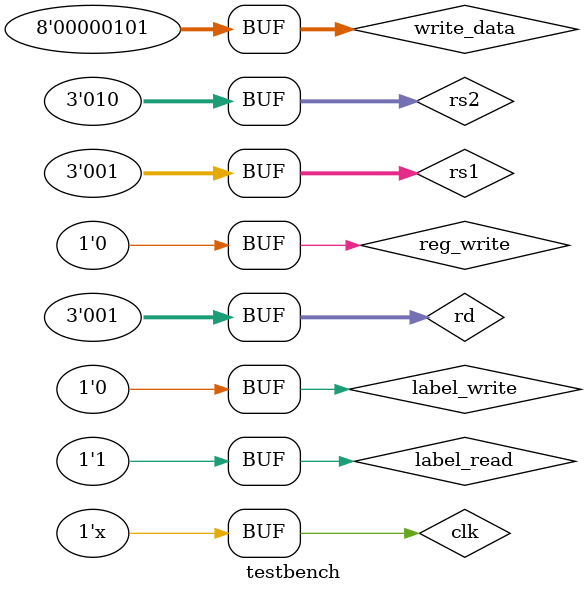
<source format=sv>
module testbench();
// Declare inputs as regs and outputs as wires
reg clk;
reg [2:0] rs1;
reg [2:0] rs2;
reg [2:0] rd;
reg [7:0] write_data;
reg reg_write;
reg label_write;
reg label_read;

wire [7:0] regA_o;
wire [7:0] regB_o;

// Initialize all variables
initial begin        
	clk = 1;       // initial value of clock
	reg_write = 0;  	// initial value of reg_write
	label_write = 1;     // initial value of label_write
	label_read = 0;     // initial value of lable_read
	write_data = 8'b00000001;
	rs1 = 3'b001;
	rs2 = 3'b010;
	rd = 3'b001;

	#10  rd = 3'b010;
	write_data = 8'b10;
	#10  label_write = 0;
	reg_write = 1;
	write_data = 8'b11;
	#10  rd = 3'b001;
	write_data = 8'b100;
	#10  reg_write = 0;
	label_read = 1;
	write_data = 8'b101;
	

 end

// Clock generator
always begin
   #5  clk = ~clk; // Toggle clock every 5 ticks
						// this makes the clock cycle 10 ticks
end

// the following creates an instance of our program_counter register.
//   I copied this code verbatim from the walkthough.v that was
//   generated by Quartus when I created the .v file from the .bdf.

register_file	b2v_inst(
	.clk(clk),
	.reg_write(reg_write),
	.label_write(label_write),
	.label_read(label_read),
	.rd(rd),
	.rs1(rs1),
	.rs2(rs2),
	.write_data(write_data),
	.regA_o(regA_o),
	.regB_o(regB_o));



endmodule

</source>
